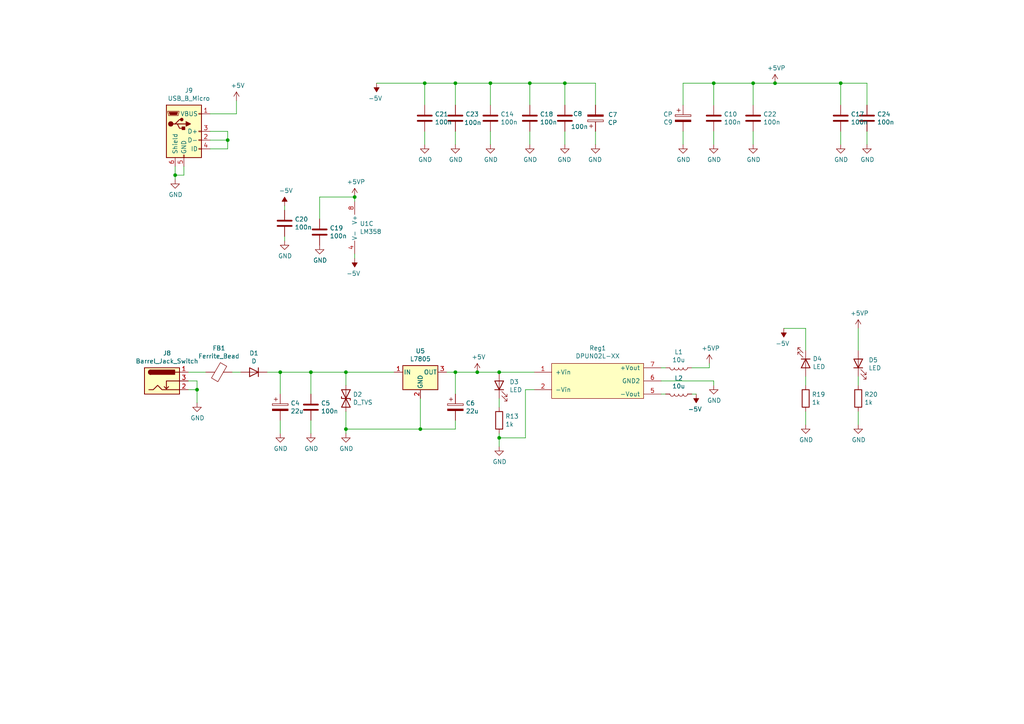
<source format=kicad_sch>
(kicad_sch (version 20211123) (generator eeschema)
  (paper "A4")
  (lib_symbols
    (symbol "Amplifier_Operational:LM358" (pin_names (offset 0.127))
      (property "Reference" "U" (at 0 5.08 0))
      (property "Value" "LM358" (at 0 -5.08 0))
      (symbol "LM358_1_1"
        (polyline (pts (xy -5.08 5.08) (xy 5.08 0) (xy -5.08 -5.08) (xy -5.08 5.08)) (stroke (width 0.254)) (fill (type background)))
        (pin output line (at 7.62 0 180) (length 2.54) (name "~") (number "1"))
        (pin input line (at -7.62 -2.54 0) (length 2.54) (name "-") (number "2"))
        (pin input line (at -7.62 2.54 0) (length 2.54) (name "+") (number "3"))
      )
      (symbol "LM358_2_1"
        (polyline (pts (xy -5.08 5.08) (xy 5.08 0) (xy -5.08 -5.08) (xy -5.08 5.08)) (stroke (width 0.254)) (fill (type background)))
        (pin input line (at -7.62 2.54 0) (length 2.54) (name "+") (number "5"))
        (pin input line (at -7.62 -2.54 0) (length 2.54) (name "-") (number "6"))
        (pin output line (at 7.62 0 180) (length 2.54) (name "~") (number "7"))
      )
      (symbol "LM358_3_1"
        (pin power_in line (at -2.54 -7.62 90) (length 3.81) (name "V-") (number "4"))
        (pin power_in line (at -2.54 7.62 270) (length 3.81) (name "V+") (number "8"))
      )
    )
    (symbol "Connector:Barrel_Jack_Switch" (pin_names hide)
      (property "Reference" "J" (at 0 5.334 0))
      (property "Value" "Barrel_Jack_Switch" (at 0 -5.08 0))
      (symbol "Barrel_Jack_Switch_0_1"
        (rectangle (start -5.08 3.81) (end 5.08 -3.81) (stroke (width 0.254)) (fill (type background)))
        (arc (start -3.302 3.175) (mid -3.937 2.54) (end -3.302 1.905) (stroke (width 0.254)))
        (arc (start -3.302 3.175) (mid -3.937 2.54) (end -3.302 1.905) (stroke (width 0.254)) (fill (type outline)))
        (polyline (pts (xy 1.27 -2.286) (xy 1.905 -1.651)) (stroke (width 0.254)))
        (polyline (pts (xy 5.08 2.54) (xy 3.81 2.54)) (stroke (width 0.254)))
        (polyline (pts (xy 5.08 0) (xy 1.27 0) (xy 1.27 -2.286) (xy 0.635 -1.651)) (stroke (width 0.254)))
        (polyline (pts (xy -3.81 -2.54) (xy -2.54 -2.54) (xy -1.27 -1.27) (xy 0 -2.54) (xy 2.54 -2.54) (xy 5.08 -2.54)) (stroke (width 0.254)))
        (rectangle (start 3.683 3.175) (end -3.302 1.905) (stroke (width 0.254)) (fill (type outline)))
      )
      (symbol "Barrel_Jack_Switch_1_1"
        (pin passive line (at 7.62 2.54 180) (length 2.54) (name "~") (number "1"))
        (pin passive line (at 7.62 -2.54 180) (length 2.54) (name "~") (number "2"))
        (pin passive line (at 7.62 0 180) (length 2.54) (name "~") (number "3"))
      )
    )
    (symbol "Connector:USB_B_Micro" (pin_names (offset 1.016))
      (property "Reference" "J" (at -5.08 11.43 0))
      (property "Value" "USB_B_Micro" (at -5.08 8.89 0))
      (symbol "USB_B_Micro_0_1"
        (rectangle (start -5.08 -7.62) (end 5.08 7.62) (stroke (width 0.254)) (fill (type background)))
        (circle (center -3.81 2.159) (radius 0.635) (stroke (width 0.254)) (fill (type outline)))
        (circle (center -0.635 3.429) (radius 0.381) (stroke (width 0.254)) (fill (type outline)))
        (rectangle (start -0.127 -7.62) (end 0.127 -6.858))
        (polyline (pts (xy -1.905 2.159) (xy 0.635 2.159)) (stroke (width 0.254)))
        (polyline (pts (xy -3.175 2.159) (xy -2.54 2.159) (xy -1.27 3.429) (xy -0.635 3.429)) (stroke (width 0.254)))
        (polyline (pts (xy -2.54 2.159) (xy -1.905 2.159) (xy -1.27 0.889) (xy 0 0.889)) (stroke (width 0.254)))
        (polyline (pts (xy 0.635 2.794) (xy 0.635 1.524) (xy 1.905 2.159) (xy 0.635 2.794)) (stroke (width 0.254)) (fill (type outline)))
        (polyline (pts (xy -4.318 5.588) (xy -1.778 5.588) (xy -2.032 4.826) (xy -4.064 4.826) (xy -4.318 5.588)) (fill (type outline)))
        (polyline (pts (xy -4.699 5.842) (xy -4.699 5.588) (xy -4.445 4.826) (xy -4.445 4.572) (xy -1.651 4.572) (xy -1.651 4.826) (xy -1.397 5.588) (xy -1.397 5.842) (xy -4.699 5.842)))
        (rectangle (start 0.254 1.27) (end -0.508 0.508) (stroke (width 0.254)) (fill (type outline)))
        (rectangle (start 5.08 -5.207) (end 4.318 -4.953))
        (rectangle (start 5.08 -2.667) (end 4.318 -2.413))
        (rectangle (start 5.08 -0.127) (end 4.318 0.127))
        (rectangle (start 5.08 4.953) (end 4.318 5.207))
      )
      (symbol "USB_B_Micro_1_1"
        (pin power_out line (at 7.62 5.08 180) (length 2.54) (name "VBUS") (number "1"))
        (pin bidirectional line (at 7.62 -2.54 180) (length 2.54) (name "D-") (number "2"))
        (pin bidirectional line (at 7.62 0 180) (length 2.54) (name "D+") (number "3"))
        (pin passive line (at 7.62 -5.08 180) (length 2.54) (name "ID") (number "4"))
        (pin power_out line (at 0 -10.16 90) (length 2.54) (name "GND") (number "5"))
        (pin passive line (at -2.54 -10.16 90) (length 2.54) (name "Shield") (number "6"))
      )
    )
    (symbol "Device:C" (pin_numbers hide) (pin_names (offset 0.254))
      (property "Reference" "C" (at 0.635 2.54 0))
      (property "Value" "C" (at 0.635 -2.54 0))
      (symbol "C_0_1"
        (polyline (pts (xy -2.032 -0.762) (xy 2.032 -0.762)) (stroke (width 0.508)))
        (polyline (pts (xy -2.032 0.762) (xy 2.032 0.762)) (stroke (width 0.508)))
      )
      (symbol "C_1_1"
        (pin passive line (at 0 3.81 270) (length 2.794) (name "~") (number "1"))
        (pin passive line (at 0 -3.81 90) (length 2.794) (name "~") (number "2"))
      )
    )
    (symbol "Device:CP" (pin_numbers hide) (pin_names (offset 0.254))
      (property "Reference" "C" (at 0.635 2.54 0))
      (property "Value" "Device_CP" (at 0.635 -2.54 0))
      (symbol "CP_0_1"
        (rectangle (start -2.286 0.508) (end 2.286 1.016))
        (polyline (pts (xy -1.778 2.286) (xy -0.762 2.286)))
        (polyline (pts (xy -1.27 2.794) (xy -1.27 1.778)))
        (rectangle (start 2.286 -0.508) (end -2.286 -1.016) (fill (type outline)))
      )
      (symbol "CP_1_1"
        (pin passive line (at 0 3.81 270) (length 2.794) (name "~") (number "1"))
        (pin passive line (at 0 -3.81 90) (length 2.794) (name "~") (number "2"))
      )
    )
    (symbol "Device:D" (pin_numbers hide) (pin_names (offset 1.016) hide)
      (property "Reference" "D" (at 0 2.54 0))
      (property "Value" "D" (at 0 -2.54 0))
      (symbol "D_0_1"
        (polyline (pts (xy -1.27 1.27) (xy -1.27 -1.27)) (stroke (width 0.254)))
        (polyline (pts (xy 1.27 0) (xy -1.27 0)))
        (polyline (pts (xy 1.27 1.27) (xy 1.27 -1.27) (xy -1.27 0) (xy 1.27 1.27)) (stroke (width 0.254)))
      )
      (symbol "D_1_1"
        (pin passive line (at -3.81 0 0) (length 2.54) (name "K") (number "1"))
        (pin passive line (at 3.81 0 180) (length 2.54) (name "A") (number "2"))
      )
    )
    (symbol "Device:D_TVS" (pin_numbers hide) (pin_names (offset 1.016) hide)
      (property "Reference" "D" (at 0 2.54 0))
      (property "Value" "D_TVS" (at 0 -2.54 0))
      (symbol "D_TVS_0_1"
        (polyline (pts (xy 1.27 0) (xy -1.27 0)))
        (polyline (pts (xy 0.508 1.27) (xy 0 1.27) (xy 0 -1.27) (xy -0.508 -1.27)) (stroke (width 0.254)))
        (polyline (pts (xy -2.54 1.27) (xy -2.54 -1.27) (xy 2.54 1.27) (xy 2.54 -1.27) (xy -2.54 1.27)) (stroke (width 0.254)))
      )
      (symbol "D_TVS_1_1"
        (pin passive line (at -3.81 0 0) (length 2.54) (name "A1") (number "1"))
        (pin passive line (at 3.81 0 180) (length 2.54) (name "A2") (number "2"))
      )
    )
    (symbol "Device:Ferrite_Bead" (pin_numbers hide) (pin_names (offset 0))
      (property "Reference" "FB" (at -3.81 0.635 90))
      (property "Value" "Device_Ferrite_Bead" (at 3.81 0 90))
      (symbol "Ferrite_Bead_0_1"
        (polyline (pts (xy 0 -1.27) (xy 0 -1.2192)))
        (polyline (pts (xy 0 1.27) (xy 0 1.2954)))
        (polyline (pts (xy -2.7686 0.4064) (xy -1.7018 2.2606) (xy 2.7686 -0.3048) (xy 1.6764 -2.159) (xy -2.7686 0.4064)))
      )
      (symbol "Ferrite_Bead_1_1"
        (pin passive line (at 0 3.81 270) (length 2.54) (name "~") (number "1"))
        (pin passive line (at 0 -3.81 90) (length 2.54) (name "~") (number "2"))
      )
    )
    (symbol "Device:L" (pin_numbers hide) (pin_names (offset 1.016) hide)
      (property "Reference" "L" (at -1.27 0 90))
      (property "Value" "L" (at 1.905 0 90))
      (symbol "L_0_1"
        (arc (start 0 -2.54) (mid 0.635 -1.905) (end 0 -1.27))
        (arc (start 0 -1.27) (mid 0.635 -0.635) (end 0 0))
        (arc (start 0 0) (mid 0.635 0.635) (end 0 1.27))
        (arc (start 0 1.27) (mid 0.635 1.905) (end 0 2.54))
      )
      (symbol "L_1_1"
        (pin passive line (at 0 3.81 270) (length 1.27) (name "1") (number "1"))
        (pin passive line (at 0 -3.81 90) (length 1.27) (name "2") (number "2"))
      )
    )
    (symbol "Device:LED" (pin_numbers hide) (pin_names (offset 1.016) hide)
      (property "Reference" "D" (at 0 2.54 0))
      (property "Value" "LED" (at 0 -2.54 0))
      (symbol "LED_0_1"
        (polyline (pts (xy -1.27 -1.27) (xy -1.27 1.27)) (stroke (width 0.254)))
        (polyline (pts (xy -1.27 0) (xy 1.27 0)))
        (polyline (pts (xy 1.27 -1.27) (xy 1.27 1.27) (xy -1.27 0) (xy 1.27 -1.27)) (stroke (width 0.254)))
        (polyline (pts (xy -3.048 -0.762) (xy -4.572 -2.286) (xy -3.81 -2.286) (xy -4.572 -2.286) (xy -4.572 -1.524)))
        (polyline (pts (xy -1.778 -0.762) (xy -3.302 -2.286) (xy -2.54 -2.286) (xy -3.302 -2.286) (xy -3.302 -1.524)))
      )
      (symbol "LED_1_1"
        (pin passive line (at -3.81 0 0) (length 2.54) (name "K") (number "1"))
        (pin passive line (at 3.81 0 180) (length 2.54) (name "A") (number "2"))
      )
    )
    (symbol "Device:R" (pin_numbers hide) (pin_names (offset 0))
      (property "Reference" "R" (at 2.032 0 90))
      (property "Value" "R" (at 0 0 90))
      (symbol "R_0_1"
        (rectangle (start -1.016 -2.54) (end 1.016 2.54) (stroke (width 0.254)))
      )
      (symbol "R_1_1"
        (pin passive line (at 0 3.81 270) (length 1.27) (name "~") (number "1"))
        (pin passive line (at 0 -3.81 90) (length 1.27) (name "~") (number "2"))
      )
    )
    (symbol "Martinos:DPUN02L-XX" (pin_names (offset 1.016))
      (property "Reference" "Reg" (at 0 -1.27 0))
      (property "Value" "Martinos_DPUN02L-XX" (at -1.27 1.27 0))
      (symbol "DPUN02L-XX_0_1"
        (rectangle (start -13.97 5.08) (end 12.7 -5.08) (fill (type background)))
      )
      (symbol "DPUN02L-XX_1_1"
        (pin power_in line (at -19.05 2.54 0) (length 5.08) (name "+Vin") (number "1"))
        (pin power_in line (at -19.05 -2.54 0) (length 5.08) (name "-Vin") (number "2"))
        (pin power_out line (at 17.78 -3.81 180) (length 5.08) (name "-Vout") (number "5"))
        (pin power_out line (at 17.78 0 180) (length 5.08) (name "GND2") (number "6"))
        (pin power_out line (at 17.78 3.81 180) (length 5.08) (name "+Vout") (number "7"))
      )
    )
    (symbol "Regulator_Linear:L7805" (pin_names (offset 0.254))
      (property "Reference" "U" (at -3.81 3.175 0))
      (property "Value" "L7805" (at 0 3.175 0))
      (symbol "L7805_0_1"
        (rectangle (start -5.08 1.905) (end 5.08 -5.08) (stroke (width 0.254)) (fill (type background)))
      )
      (symbol "L7805_1_1"
        (pin power_in line (at -7.62 0 0) (length 2.54) (name "IN") (number "1"))
        (pin power_in line (at 0 -7.62 90) (length 2.54) (name "GND") (number "2"))
        (pin power_out line (at 7.62 0 180) (length 2.54) (name "OUT") (number "3"))
      )
    )
    (symbol "power:+5V" (power) (pin_names (offset 0))
      (property "Value" "+5V" (at 0 3.556 0))
      (symbol "+5V_0_1"
        (polyline (pts (xy -0.762 1.27) (xy 0 2.54)))
        (polyline (pts (xy 0 0) (xy 0 2.54)))
        (polyline (pts (xy 0 2.54) (xy 0.762 1.27)))
      )
      (symbol "+5V_1_1"
        (pin power_in line (at 0 0 90) (length 0) hide (name "+5V") (number "1"))
      )
    )
    (symbol "power:+5VP" (power) (pin_names (offset 0))
      (property "Value" "+5VP" (at 0 3.556 0))
      (symbol "+5VP_0_1"
        (polyline (pts (xy -0.762 1.27) (xy 0 2.54)))
        (polyline (pts (xy 0 0) (xy 0 2.54)))
        (polyline (pts (xy 0 2.54) (xy 0.762 1.27)))
      )
      (symbol "+5VP_1_1"
        (pin power_in line (at 0 0 90) (length 0) hide (name "+5VP") (number "1"))
      )
    )
    (symbol "power:-5V" (power) (pin_names (offset 0))
      (property "Value" "-5V" (at 0 3.81 0))
      (symbol "-5V_0_0"
        (pin power_in line (at 0 0 90) (length 0) hide (name "-5V") (number "1"))
      )
      (symbol "-5V_0_1"
        (polyline (pts (xy 0 0) (xy 0 1.27) (xy 0.762 1.27) (xy 0 2.54) (xy -0.762 1.27) (xy 0 1.27)) (fill (type outline)))
      )
    )
    (symbol "power:GND" (power) (pin_names (offset 0))
      (property "Value" "GND" (at 0 -3.81 0))
      (symbol "GND_0_1"
        (polyline (pts (xy 0 0) (xy 0 -1.27) (xy 1.27 -1.27) (xy 0 -2.54) (xy -1.27 -1.27) (xy 0 -1.27)))
      )
      (symbol "GND_1_1"
        (pin power_in line (at 0 0 270) (length 0) hide (name "GND") (number "1"))
      )
    )
  )
  (junction (at 144.78 127))
  (junction (at 163.83 24.13))
  (junction (at 121.92 124.46))
  (junction (at 90.17 107.95))
  (junction (at 81.28 107.95))
  (junction (at 50.8 50.8))
  (junction (at 224.79 24.13))
  (junction (at 66.04 40.64))
  (junction (at 100.33 124.46))
  (junction (at 142.24 24.13))
  (junction (at 144.78 107.95))
  (junction (at 132.08 107.95))
  (junction (at 207.01 24.13))
  (junction (at 132.08 24.13))
  (junction (at 243.84 24.13))
  (junction (at 138.43 107.95))
  (junction (at 100.33 107.95))
  (junction (at 57.15 113.03))
  (junction (at 123.19 24.13))
  (junction (at 218.44 24.13))
  (junction (at 153.67 24.13))
  (junction (at 102.87 57.15))
  (wire (pts (xy 100.33 124.46) (xy 100.33 119.38)))
  (wire (pts (xy 144.78 107.95) (xy 154.94 107.95)))
  (wire (pts (xy 207.01 110.49) (xy 207.01 111.76)))
  (wire (pts (xy 54.61 107.95) (xy 59.69 107.95)))
  (wire (pts (xy 66.04 43.18) (xy 66.04 40.64)))
  (wire (pts (xy 191.77 106.68) (xy 193.04 106.68)))
  (wire (pts (xy 243.84 24.13) (xy 243.84 30.48)))
  (wire (pts (xy 54.61 113.03) (xy 57.15 113.03)))
  (wire (pts (xy 172.72 41.91) (xy 172.72 38.1)))
  (wire (pts (xy 67.31 107.95) (xy 69.85 107.95)))
  (wire (pts (xy 50.8 52.07) (xy 50.8 50.8)))
  (wire (pts (xy 205.74 106.68) (xy 205.74 105.41)))
  (wire (pts (xy 109.22 24.13) (xy 123.19 24.13)))
  (wire (pts (xy 153.67 24.13) (xy 153.67 30.48)))
  (wire (pts (xy 233.68 111.76) (xy 233.68 109.22)))
  (wire (pts (xy 121.92 124.46) (xy 121.92 115.57)))
  (wire (pts (xy 144.78 129.54) (xy 144.78 127)))
  (wire (pts (xy 81.28 125.73) (xy 81.28 121.92)))
  (wire (pts (xy 172.72 24.13) (xy 163.83 24.13)))
  (wire (pts (xy 243.84 41.91) (xy 243.84 38.1)))
  (wire (pts (xy 121.92 124.46) (xy 132.08 124.46)))
  (wire (pts (xy 218.44 24.13) (xy 224.79 24.13)))
  (wire (pts (xy 132.08 24.13) (xy 132.08 30.48)))
  (wire (pts (xy 60.96 33.02) (xy 68.58 33.02)))
  (wire (pts (xy 207.01 24.13) (xy 218.44 24.13)))
  (wire (pts (xy 152.4 127) (xy 144.78 127)))
  (wire (pts (xy 154.94 113.03) (xy 152.4 113.03)))
  (wire (pts (xy 251.46 24.13) (xy 251.46 30.48)))
  (wire (pts (xy 81.28 107.95) (xy 81.28 114.3)))
  (wire (pts (xy 248.92 111.76) (xy 248.92 109.22)))
  (wire (pts (xy 90.17 107.95) (xy 100.33 107.95)))
  (wire (pts (xy 198.12 41.91) (xy 198.12 38.1)))
  (wire (pts (xy 233.68 119.38) (xy 233.68 123.19)))
  (wire (pts (xy 153.67 41.91) (xy 153.67 38.1)))
  (wire (pts (xy 57.15 110.49) (xy 57.15 113.03)))
  (wire (pts (xy 198.12 24.13) (xy 198.12 30.48)))
  (wire (pts (xy 100.33 107.95) (xy 100.33 111.76)))
  (wire (pts (xy 144.78 118.11) (xy 144.78 115.57)))
  (wire (pts (xy 102.87 73.66) (xy 102.87 74.93)))
  (wire (pts (xy 251.46 41.91) (xy 251.46 38.1)))
  (wire (pts (xy 144.78 107.95) (xy 138.43 107.95)))
  (wire (pts (xy 248.92 119.38) (xy 248.92 123.19)))
  (wire (pts (xy 66.04 40.64) (xy 60.96 40.64)))
  (wire (pts (xy 144.78 127) (xy 144.78 125.73)))
  (wire (pts (xy 142.24 41.91) (xy 142.24 38.1)))
  (wire (pts (xy 129.54 107.95) (xy 132.08 107.95)))
  (wire (pts (xy 163.83 24.13) (xy 163.83 30.48)))
  (wire (pts (xy 132.08 124.46) (xy 132.08 121.92)))
  (wire (pts (xy 81.28 107.95) (xy 90.17 107.95)))
  (wire (pts (xy 142.24 24.13) (xy 153.67 24.13)))
  (wire (pts (xy 60.96 43.18) (xy 66.04 43.18)))
  (wire (pts (xy 138.43 107.95) (xy 132.08 107.95)))
  (wire (pts (xy 66.04 38.1) (xy 66.04 40.64)))
  (wire (pts (xy 224.79 24.13) (xy 243.84 24.13)))
  (wire (pts (xy 153.67 24.13) (xy 163.83 24.13)))
  (wire (pts (xy 53.34 50.8) (xy 50.8 50.8)))
  (wire (pts (xy 191.77 110.49) (xy 207.01 110.49)))
  (wire (pts (xy 123.19 41.91) (xy 123.19 38.1)))
  (wire (pts (xy 92.71 57.15) (xy 92.71 63.5)))
  (wire (pts (xy 200.66 114.3) (xy 201.93 114.3)))
  (wire (pts (xy 102.87 57.15) (xy 102.87 58.42)))
  (wire (pts (xy 142.24 24.13) (xy 142.24 30.48)))
  (wire (pts (xy 114.3 107.95) (xy 100.33 107.95)))
  (wire (pts (xy 100.33 125.73) (xy 100.33 124.46)))
  (wire (pts (xy 207.01 41.91) (xy 207.01 38.1)))
  (wire (pts (xy 54.61 110.49) (xy 57.15 110.49)))
  (wire (pts (xy 57.15 113.03) (xy 57.15 116.84)))
  (wire (pts (xy 132.08 107.95) (xy 132.08 114.3)))
  (wire (pts (xy 207.01 24.13) (xy 207.01 30.48)))
  (wire (pts (xy 132.08 41.91) (xy 132.08 38.1)))
  (wire (pts (xy 191.77 114.3) (xy 193.04 114.3)))
  (wire (pts (xy 243.84 24.13) (xy 251.46 24.13)))
  (wire (pts (xy 248.92 95.25) (xy 248.92 101.6)))
  (wire (pts (xy 123.19 24.13) (xy 123.19 30.48)))
  (wire (pts (xy 163.83 41.91) (xy 163.83 38.1)))
  (wire (pts (xy 68.58 33.02) (xy 68.58 29.21)))
  (wire (pts (xy 200.66 106.68) (xy 205.74 106.68)))
  (wire (pts (xy 50.8 50.8) (xy 50.8 48.26)))
  (wire (pts (xy 152.4 113.03) (xy 152.4 127)))
  (wire (pts (xy 90.17 125.73) (xy 90.17 121.92)))
  (wire (pts (xy 172.72 24.13) (xy 172.72 30.48)))
  (wire (pts (xy 82.55 59.69) (xy 82.55 60.96)))
  (wire (pts (xy 100.33 124.46) (xy 121.92 124.46)))
  (wire (pts (xy 53.34 48.26) (xy 53.34 50.8)))
  (wire (pts (xy 218.44 30.48) (xy 218.44 24.13)))
  (wire (pts (xy 198.12 24.13) (xy 207.01 24.13)))
  (wire (pts (xy 218.44 41.91) (xy 218.44 38.1)))
  (wire (pts (xy 60.96 38.1) (xy 66.04 38.1)))
  (wire (pts (xy 82.55 68.58) (xy 82.55 69.85)))
  (wire (pts (xy 132.08 24.13) (xy 142.24 24.13)))
  (wire (pts (xy 102.87 57.15) (xy 92.71 57.15)))
  (wire (pts (xy 90.17 107.95) (xy 90.17 114.3)))
  (wire (pts (xy 77.47 107.95) (xy 81.28 107.95)))
  (wire (pts (xy 233.68 95.25) (xy 233.68 101.6)))
  (wire (pts (xy 233.68 95.25) (xy 227.33 95.25)))
  (wire (pts (xy 123.19 24.13) (xy 132.08 24.13)))
  (symbol (lib_id "power:GND") (at 172.72 41.91 0) (mirror y) (unit 1)
    (property "Reference" "#PWR0134" (effects hide))
    (property "Value" "GND" (at 172.593 46.3042 0))
  )
  (symbol (lib_id "power:GND") (at 92.71 71.12 0) (unit 1)
    (property "Reference" "#PWR0160" (effects hide))
    (property "Value" "GND" (at 92.837 75.5142 0))
  )
  (symbol (lib_id "Connector:Barrel_Jack_Switch") (at 46.99 110.49 0) (unit 1)
    (property "Reference" "J8" (at 48.4378 102.4382 0))
    (property "Value" "Barrel_Jack_Switch" (at 48.4378 104.7496 0))
    (property "Footprint" "Connector_BarrelJack:BarrelJack_Horizontal" (effects hide))
  )
  (symbol (lib_id "Device:D_TVS") (at 100.33 115.57 270) (unit 1)
    (property "Reference" "D2" (at 102.362 114.4016 90) (effects (justify left)))
    (property "Value" "D_TVS" (at 102.362 116.713 90) (effects (justify left)))
    (property "Footprint" "Diode_SMD:D_SMA" (effects hide))
  )
  (symbol (lib_id "Device:L") (at 196.85 114.3 270) (unit 1)
    (property "Reference" "L2" (at 196.85 109.7026 90))
    (property "Value" "10u" (at 196.85 112.014 90))
    (property "Footprint" "Inductor_SMD:L_Taiyo-Yuden_NR-60xx_HandSoldering" (effects hide))
  )
  (symbol (lib_id "Device:C") (at 251.46 34.29 0) (unit 1)
    (property "Reference" "C24" (at 254.381 33.1216 0) (effects (justify left)))
    (property "Value" "100n" (at 254.381 35.433 0) (effects (justify left)))
    (property "Footprint" "Capacitor_SMD:C_0805_2012Metric" (effects hide))
  )
  (symbol (lib_id "Device:C") (at 90.17 118.11 0) (unit 1)
    (property "Reference" "C5" (at 93.091 116.9416 0) (effects (justify left)))
    (property "Value" "100n" (at 93.091 119.253 0) (effects (justify left)))
    (property "Footprint" "Capacitor_SMD:C_0805_2012Metric" (effects hide))
  )
  (symbol (lib_id "power:GND") (at 90.17 125.73 0) (unit 1)
    (property "Reference" "#PWR0117" (effects hide))
    (property "Value" "GND" (at 90.297 130.1242 0))
  )
  (symbol (lib_id "Regulator_Linear:L7805") (at 121.92 107.95 0) (unit 1)
    (property "Reference" "U5" (at 121.92 101.8032 0))
    (property "Value" "L7805" (at 121.92 104.1146 0))
    (property "Footprint" "Package_TO_SOT_THT:TO-220-3_Vertical" (effects hide))
    (property "Datasheet" "http://www.st.com/content/ccc/resource/technical/document/datasheet/41/4f/b3/b0/12/d4/47/88/CD00000444.pdf/files/CD00000444.pdf/jcr:content/translations/en.CD00000444.pdf" (effects hide))
  )
  (symbol (lib_id "power:GND") (at 233.68 123.19 0) (unit 1)
    (property "Reference" "#PWR0104" (effects hide))
    (property "Value" "GND" (at 233.807 127.5842 0))
  )
  (symbol (lib_id "Device:C") (at 243.84 34.29 0) (unit 1)
    (property "Reference" "C17" (at 246.761 33.1216 0) (effects (justify left)))
    (property "Value" "100n" (at 246.761 35.433 0) (effects (justify left)))
    (property "Footprint" "Capacitor_SMD:C_0805_2012Metric" (effects hide))
  )
  (symbol (lib_id "power:+5VP") (at 248.92 95.25 0) (unit 1)
    (property "Reference" "#PWR0165" (effects hide))
    (property "Value" "+5VP" (at 249.301 90.8558 0))
  )
  (symbol (lib_id "power:-5V") (at 201.93 114.3 180) (unit 1)
    (property "Reference" "#PWR0133" (effects hide))
    (property "Value" "-5V" (at 201.549 118.6942 0))
  )
  (symbol (lib_id "Device:C") (at 163.83 34.29 0) (mirror y) (unit 1)
    (property "Reference" "C8" (at 168.91 33.02 0) (effects (justify left)))
    (property "Value" "100n" (at 170.561 36.7284 0) (effects (justify left)))
    (property "Footprint" "Capacitor_SMD:C_0805_2012Metric" (effects hide))
  )
  (symbol (lib_id "power:-5V") (at 227.33 95.25 180) (unit 1)
    (property "Reference" "#PWR0164" (effects hide))
    (property "Value" "-5V" (at 226.949 99.6442 0))
  )
  (symbol (lib_id "Device:LED") (at 144.78 111.76 90) (unit 1)
    (property "Reference" "D3" (at 147.7772 110.7694 90) (effects (justify right)))
    (property "Value" "LED" (at 147.7772 113.0808 90) (effects (justify right)))
    (property "Footprint" "LED_SMD:LED_1206_3216Metric" (effects hide))
  )
  (symbol (lib_id "power:+5VP") (at 205.74 105.41 0) (unit 1)
    (property "Reference" "#PWR0129" (effects hide))
    (property "Value" "+5VP" (at 206.121 101.0158 0))
  )
  (symbol (lib_id "Device:C") (at 92.71 67.31 0) (unit 1)
    (property "Reference" "C19" (at 95.631 66.1416 0) (effects (justify left)))
    (property "Value" "100n" (at 95.631 68.453 0) (effects (justify left)))
    (property "Footprint" "Capacitor_SMD:C_0805_2012Metric" (effects hide))
  )
  (symbol (lib_id "power:GND") (at 142.24 41.91 0) (unit 1)
    (property "Reference" "#PWR0154" (effects hide))
    (property "Value" "GND" (at 142.367 46.3042 0))
  )
  (symbol (lib_id "power:+5VP") (at 224.79 24.13 0) (unit 1)
    (property "Reference" "#PWR0150" (effects hide))
    (property "Value" "+5VP" (at 225.171 19.7358 0))
  )
  (symbol (lib_id "power:GND") (at 123.19 41.91 0) (unit 1)
    (property "Reference" "#PWR0169" (effects hide))
    (property "Value" "GND" (at 123.317 46.3042 0))
  )
  (symbol (lib_id "power:GND") (at 81.28 125.73 0) (unit 1)
    (property "Reference" "#PWR0116" (effects hide))
    (property "Value" "GND" (at 81.407 130.1242 0))
  )
  (symbol (lib_id "Device:C") (at 132.08 34.29 0) (unit 1)
    (property "Reference" "C23" (at 135.001 33.1216 0) (effects (justify left)))
    (property "Value" "100n" (at 134.62 35.56 0) (effects (justify left)))
    (property "Footprint" "Capacitor_SMD:C_0805_2012Metric" (effects hide))
  )
  (symbol (lib_id "Amplifier_Operational:LM358") (at 105.41 66.04 0) (unit 3)
    (property "Reference" "U1" (at 104.3432 64.8716 0) (effects (justify left)))
    (property "Value" "LM358" (at 104.3432 67.183 0) (effects (justify left)))
    (property "Footprint" "Package_SO:SO-8_3.9x4.9mm_P1.27mm" (effects hide))
    (property "Datasheet" "http://www.ti.com/lit/ds/symlink/lm2904-n.pdf" (effects hide))
  )
  (symbol (lib_id "Device:C") (at 142.24 34.29 0) (unit 1)
    (property "Reference" "C14" (at 145.161 33.1216 0) (effects (justify left)))
    (property "Value" "100n" (at 145.161 35.433 0) (effects (justify left)))
    (property "Footprint" "Capacitor_SMD:C_0805_2012Metric" (effects hide))
  )
  (symbol (lib_id "Device:CP") (at 198.12 34.29 0) (unit 1)
    (property "Reference" "C9" (at 195.1228 35.4584 0) (effects (justify right)))
    (property "Value" "CP" (at 195.1228 33.147 0) (effects (justify right)))
    (property "Footprint" "Capacitor_THT:CP_Radial_D8.0mm_P5.00mm" (effects hide))
  )
  (symbol (lib_id "power:-5V") (at 102.87 74.93 180) (unit 1)
    (property "Reference" "#PWR0159" (effects hide))
    (property "Value" "-5V" (at 102.489 79.3242 0))
  )
  (symbol (lib_id "Device:R") (at 144.78 121.92 0) (unit 1)
    (property "Reference" "R13" (at 146.558 120.7516 0) (effects (justify left)))
    (property "Value" "1k" (at 146.558 123.063 0) (effects (justify left)))
    (property "Footprint" "Resistor_SMD:R_1206_3216Metric" (effects hide))
  )
  (symbol (lib_id "power:GND") (at 218.44 41.91 0) (unit 1)
    (property "Reference" "#PWR0167" (effects hide))
    (property "Value" "GND" (at 218.567 46.3042 0))
  )
  (symbol (lib_id "power:+5V") (at 68.58 29.21 0) (unit 1)
    (property "Reference" "#PWR0113" (effects hide))
    (property "Value" "+5V" (at 68.961 24.8158 0))
  )
  (symbol (lib_id "power:GND") (at 100.33 125.73 0) (unit 1)
    (property "Reference" "#PWR0118" (effects hide))
    (property "Value" "GND" (at 100.457 130.1242 0))
  )
  (symbol (lib_id "power:GND") (at 153.67 41.91 0) (unit 1)
    (property "Reference" "#PWR0156" (effects hide))
    (property "Value" "GND" (at 153.797 46.3042 0))
  )
  (symbol (lib_id "Device:LED") (at 233.68 105.41 270) (unit 1)
    (property "Reference" "D4" (at 235.712 104.0638 90) (effects (justify left)))
    (property "Value" "LED" (at 235.712 106.3752 90) (effects (justify left)))
    (property "Footprint" "LED_SMD:LED_1206_3216Metric" (effects hide))
  )
  (symbol (lib_id "Connector:USB_B_Micro") (at 53.34 38.1 0) (unit 1)
    (property "Reference" "J9" (at 54.7878 26.2382 0))
    (property "Value" "USB_B_Micro" (at 54.7878 28.5496 0))
    (property "Footprint" "Connector_USB:USB_Micro-B_Wuerth_629105150521" (effects hide))
  )
  (symbol (lib_id "Device:C") (at 218.44 34.29 0) (unit 1)
    (property "Reference" "C22" (at 221.361 33.1216 0) (effects (justify left)))
    (property "Value" "100n" (at 221.361 35.433 0) (effects (justify left)))
    (property "Footprint" "Capacitor_SMD:C_0805_2012Metric" (effects hide))
  )
  (symbol (lib_id "power:GND") (at 57.15 116.84 0) (unit 1)
    (property "Reference" "#PWR0115" (effects hide))
    (property "Value" "GND" (at 57.277 121.2342 0))
  )
  (symbol (lib_id "Device:R") (at 233.68 115.57 0) (unit 1)
    (property "Reference" "R19" (at 235.458 114.4016 0) (effects (justify left)))
    (property "Value" "1k" (at 235.458 116.713 0) (effects (justify left)))
    (property "Footprint" "Resistor_SMD:R_1206_3216Metric" (effects hide))
  )
  (symbol (lib_id "Device:C") (at 82.55 64.77 0) (unit 1)
    (property "Reference" "C20" (at 85.471 63.6016 0) (effects (justify left)))
    (property "Value" "100n" (at 85.471 65.913 0) (effects (justify left)))
    (property "Footprint" "Capacitor_SMD:C_0805_2012Metric" (effects hide))
  )
  (symbol (lib_id "power:GND") (at 163.83 41.91 0) (mirror y) (unit 1)
    (property "Reference" "#PWR0135" (effects hide))
    (property "Value" "GND" (at 163.703 46.3042 0))
  )
  (symbol (lib_id "Device:D") (at 73.66 107.95 180) (unit 1)
    (property "Reference" "D1" (at 73.66 102.4382 0))
    (property "Value" "D" (at 73.66 104.7496 0))
    (property "Footprint" "Diode_SMD:D_SMA" (effects hide))
  )
  (symbol (lib_id "power:GND") (at 198.12 41.91 0) (unit 1)
    (property "Reference" "#PWR0143" (effects hide))
    (property "Value" "GND" (at 198.247 46.3042 0))
  )
  (symbol (lib_id "Device:CP") (at 132.08 118.11 0) (unit 1)
    (property "Reference" "C6" (at 135.0772 116.9416 0) (effects (justify left)))
    (property "Value" "22u" (at 135.0772 119.253 0) (effects (justify left)))
    (property "Footprint" "Capacitor_THT:CP_Radial_D5.0mm_P2.50mm" (effects hide))
  )
  (symbol (lib_id "Device:Ferrite_Bead") (at 63.5 107.95 270) (unit 1)
    (property "Reference" "FB1" (at 63.5 100.9904 90))
    (property "Value" "Ferrite_Bead" (at 63.5 103.3018 90))
    (property "Footprint" "Resistor_SMD:R_0805_2012Metric" (effects hide))
  )
  (symbol (lib_id "Device:L") (at 196.85 106.68 270) (unit 1)
    (property "Reference" "L1" (at 196.85 102.0826 90))
    (property "Value" "10u" (at 196.85 104.394 90))
    (property "Footprint" "Inductor_SMD:L_Taiyo-Yuden_NR-60xx_HandSoldering" (effects hide))
  )
  (symbol (lib_id "power:GND") (at 144.78 129.54 0) (unit 1)
    (property "Reference" "#PWR0119" (effects hide))
    (property "Value" "GND" (at 144.907 133.9342 0))
  )
  (symbol (lib_id "power:-5V") (at 109.22 24.13 180) (unit 1)
    (property "Reference" "#PWR0157" (effects hide))
    (property "Value" "-5V" (at 108.839 28.5242 0))
  )
  (symbol (lib_id "Device:C") (at 153.67 34.29 0) (unit 1)
    (property "Reference" "C18" (at 156.591 33.1216 0) (effects (justify left)))
    (property "Value" "100n" (at 156.591 35.433 0) (effects (justify left)))
    (property "Footprint" "Capacitor_SMD:C_0805_2012Metric" (effects hide))
  )
  (symbol (lib_id "Device:C") (at 123.19 34.29 0) (unit 1)
    (property "Reference" "C21" (at 126.111 33.1216 0) (effects (justify left)))
    (property "Value" "100n" (at 126.111 35.433 0) (effects (justify left)))
    (property "Footprint" "Capacitor_SMD:C_0805_2012Metric" (effects hide))
  )
  (symbol (lib_id "power:+5V") (at 138.43 107.95 0) (unit 1)
    (property "Reference" "#PWR0124" (effects hide))
    (property "Value" "+5V" (at 138.811 103.5558 0))
  )
  (symbol (lib_id "power:GND") (at 82.55 69.85 0) (unit 1)
    (property "Reference" "#PWR0161" (effects hide))
    (property "Value" "GND" (at 82.677 74.2442 0))
  )
  (symbol (lib_id "power:GND") (at 207.01 41.91 0) (unit 1)
    (property "Reference" "#PWR0144" (effects hide))
    (property "Value" "GND" (at 207.137 46.3042 0))
  )
  (symbol (lib_id "power:GND") (at 248.92 123.19 0) (unit 1)
    (property "Reference" "#PWR0163" (effects hide))
    (property "Value" "GND" (at 249.047 127.5842 0))
  )
  (symbol (lib_id "Device:CP") (at 81.28 118.11 0) (unit 1)
    (property "Reference" "C4" (at 84.2772 116.9416 0) (effects (justify left)))
    (property "Value" "22u" (at 84.2772 119.253 0) (effects (justify left)))
    (property "Footprint" "Capacitor_THT:CP_Radial_D5.0mm_P2.50mm" (effects hide))
  )
  (symbol (lib_id "power:GND") (at 243.84 41.91 0) (unit 1)
    (property "Reference" "#PWR0152" (effects hide))
    (property "Value" "GND" (at 243.967 46.3042 0))
  )
  (symbol (lib_id "power:GND") (at 50.8 52.07 0) (unit 1)
    (property "Reference" "#PWR0114" (effects hide))
    (property "Value" "GND" (at 50.927 56.4642 0))
  )
  (symbol (lib_id "Device:C") (at 207.01 34.29 0) (unit 1)
    (property "Reference" "C10" (at 209.931 33.1216 0) (effects (justify left)))
    (property "Value" "100n" (at 209.931 35.433 0) (effects (justify left)))
    (property "Footprint" "Capacitor_SMD:C_0805_2012Metric" (effects hide))
  )
  (symbol (lib_id "Martinos:DPUN02L-XX") (at 173.99 110.49 0) (unit 1)
    (property "Reference" "Reg1" (at 173.355 100.965 0))
    (property "Value" "DPUN02L-XX" (at 173.355 103.2764 0))
    (property "Footprint" "Martinos:SIP-2W-7" (effects hide))
  )
  (symbol (lib_id "power:+5VP") (at 102.87 57.15 0) (unit 1)
    (property "Reference" "#PWR0158" (effects hide))
    (property "Value" "+5VP" (at 103.251 52.7558 0))
  )
  (symbol (lib_id "Device:R") (at 248.92 115.57 0) (unit 1)
    (property "Reference" "R20" (at 250.698 114.4016 0) (effects (justify left)))
    (property "Value" "1k" (at 250.698 116.713 0) (effects (justify left)))
    (property "Footprint" "Resistor_SMD:R_1206_3216Metric" (effects hide))
  )
  (symbol (lib_id "Device:LED") (at 248.92 105.41 90) (unit 1)
    (property "Reference" "D5" (at 251.9172 104.4194 90) (effects (justify right)))
    (property "Value" "LED" (at 251.9172 106.7308 90) (effects (justify right)))
    (property "Footprint" "LED_SMD:LED_1206_3216Metric" (effects hide))
  )
  (symbol (lib_id "Device:CP") (at 172.72 34.29 0) (mirror x) (unit 1)
    (property "Reference" "C7" (at 179.07 33.2486 0) (effects (justify right)))
    (property "Value" "CP" (at 179.07 35.56 0) (effects (justify right)))
    (property "Footprint" "Capacitor_THT:CP_Radial_D8.0mm_P5.00mm" (effects hide))
  )
  (symbol (lib_id "power:GND") (at 132.08 41.91 0) (unit 1)
    (property "Reference" "#PWR0170" (effects hide))
    (property "Value" "GND" (at 132.207 46.3042 0))
  )
  (symbol (lib_id "power:GND") (at 207.01 111.76 0) (unit 1)
    (property "Reference" "#PWR0132" (effects hide))
    (property "Value" "GND" (at 207.137 116.1542 0))
  )
  (symbol (lib_id "power:-5V") (at 82.55 59.69 0) (unit 1)
    (property "Reference" "#PWR0162" (effects hide))
    (property "Value" "-5V" (at 82.931 55.2958 0))
  )
  (symbol (lib_id "power:GND") (at 251.46 41.91 0) (unit 1)
    (property "Reference" "#PWR0168" (effects hide))
    (property "Value" "GND" (at 251.587 46.3042 0))
  )
)
</source>
